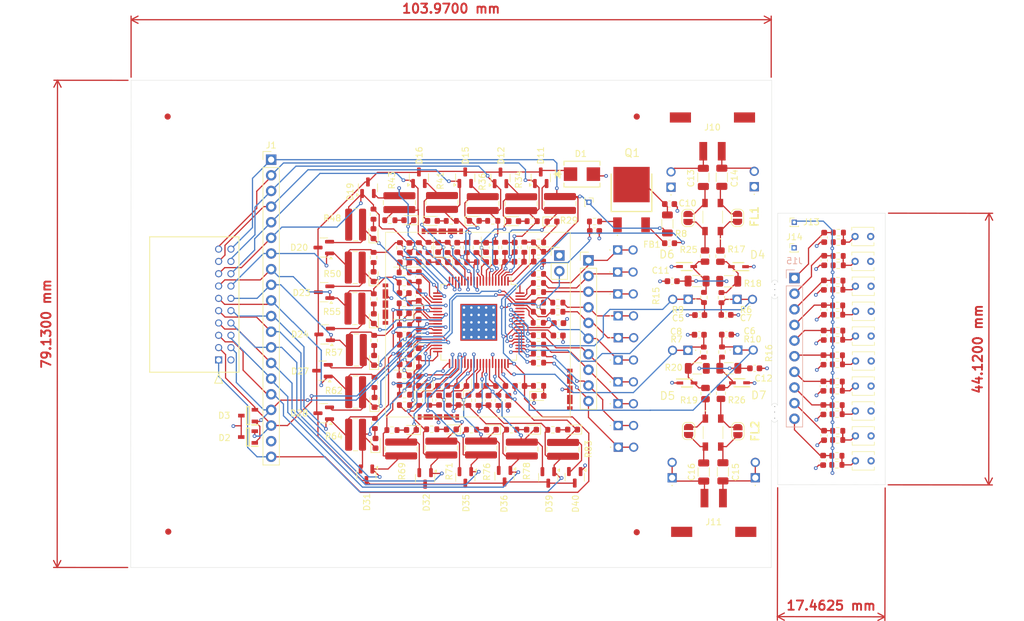
<source format=kicad_pcb>
(kicad_pcb
	(version 20240108)
	(generator "pcbnew")
	(generator_version "8.0")
	(general
		(thickness 1.6)
		(legacy_teardrops no)
	)
	(paper "A4")
	(layers
		(0 "F.Cu" signal)
		(1 "In1.Cu" signal)
		(2 "In2.Cu" signal)
		(31 "B.Cu" signal)
		(32 "B.Adhes" user "B.Adhesive")
		(33 "F.Adhes" user "F.Adhesive")
		(34 "B.Paste" user)
		(35 "F.Paste" user)
		(36 "B.SilkS" user "B.Silkscreen")
		(37 "F.SilkS" user "F.Silkscreen")
		(38 "B.Mask" user)
		(39 "F.Mask" user)
		(40 "Dwgs.User" user "User.Drawings")
		(41 "Cmts.User" user "User.Comments")
		(42 "Eco1.User" user "User.Eco1")
		(43 "Eco2.User" user "User.Eco2")
		(44 "Edge.Cuts" user)
		(45 "Margin" user)
		(46 "B.CrtYd" user "B.Courtyard")
		(47 "F.CrtYd" user "F.Courtyard")
		(48 "B.Fab" user)
		(49 "F.Fab" user)
		(50 "User.1" user)
		(51 "User.2" user)
		(52 "User.3" user)
		(53 "User.4" user)
		(54 "User.5" user)
		(55 "User.6" user)
		(56 "User.7" user)
		(57 "User.8" user)
		(58 "User.9" user)
	)
	(setup
		(stackup
			(layer "F.SilkS"
				(type "Top Silk Screen")
			)
			(layer "F.Paste"
				(type "Top Solder Paste")
			)
			(layer "F.Mask"
				(type "Top Solder Mask")
				(thickness 0.01)
			)
			(layer "F.Cu"
				(type "copper")
				(thickness 0.035)
			)
			(layer "dielectric 1"
				(type "prepreg")
				(thickness 0.1)
				(material "FR4")
				(epsilon_r 4.5)
				(loss_tangent 0.02)
			)
			(layer "In1.Cu"
				(type "copper")
				(thickness 0.035)
			)
			(layer "dielectric 2"
				(type "core")
				(thickness 1.24)
				(material "FR4")
				(epsilon_r 4.5)
				(loss_tangent 0.02)
			)
			(layer "In2.Cu"
				(type "copper")
				(thickness 0.035)
			)
			(layer "dielectric 3"
				(type "prepreg")
				(thickness 0.1)
				(material "FR4")
				(epsilon_r 4.5)
				(loss_tangent 0.02)
			)
			(layer "B.Cu"
				(type "copper")
				(thickness 0.035)
			)
			(layer "B.Mask"
				(type "Bottom Solder Mask")
				(thickness 0.01)
			)
			(layer "B.Paste"
				(type "Bottom Solder Paste")
			)
			(layer "B.SilkS"
				(type "Bottom Silk Screen")
			)
			(copper_finish "None")
			(dielectric_constraints no)
		)
		(pad_to_mask_clearance 0)
		(allow_soldermask_bridges_in_footprints no)
		(pcbplotparams
			(layerselection 0x00010fc_ffffffff)
			(plot_on_all_layers_selection 0x0000000_00000000)
			(disableapertmacros no)
			(usegerberextensions no)
			(usegerberattributes yes)
			(usegerberadvancedattributes yes)
			(creategerberjobfile yes)
			(dashed_line_dash_ratio 12.000000)
			(dashed_line_gap_ratio 3.000000)
			(svgprecision 4)
			(plotframeref no)
			(viasonmask no)
			(mode 1)
			(useauxorigin no)
			(hpglpennumber 1)
			(hpglpenspeed 20)
			(hpglpendiameter 15.000000)
			(pdf_front_fp_property_popups yes)
			(pdf_back_fp_property_popups yes)
			(dxfpolygonmode yes)
			(dxfimperialunits yes)
			(dxfusepcbnewfont yes)
			(psnegative no)
			(psa4output no)
			(plotreference yes)
			(plotvalue yes)
			(plotfptext yes)
			(plotinvisibletext no)
			(sketchpadsonfab no)
			(subtractmaskfromsilk no)
			(outputformat 1)
			(mirror no)
			(drillshape 1)
			(scaleselection 1)
			(outputdirectory "")
		)
	)
	(net 0 "")
	(net 1 "/FilterBalancingNetwork/CB")
	(net 2 "/FilterBalancingNetwork/CB:A")
	(net 3 "/FilterBalancingNetwork/CA")
	(net 4 "/Cell 15{slash}16")
	(net 5 "/FilterBalancingNetwork/SBP")
	(net 6 "/Cell 15{slash}14")
	(net 7 "/FilterBalancingNetwork/SAP")
	(net 8 "/FilterBalancingNetwork1/CB:A")
	(net 9 "/FilterBalancingNetwork1/CB")
	(net 10 "/FilterBalancingNetwork1/CA")
	(net 11 "/Cell 14{slash}13")
	(net 12 "/FilterBalancingNetwork1/SBP")
	(net 13 "/Cell 13{slash}12")
	(net 14 "/FilterBalancingNetwork1/SAP")
	(net 15 "/FilterBalancingNetwork2/CB:A")
	(net 16 "/FilterBalancingNetwork2/CB")
	(net 17 "/FilterBalancingNetwork2/CA")
	(net 18 "/Cell 12{slash}11")
	(net 19 "/FilterBalancingNetwork2/SBP")
	(net 20 "/FilterBalancingNetwork2/SAP")
	(net 21 "/Cell 11{slash}10")
	(net 22 "/FilterBalancingNetwork3/CB:A")
	(net 23 "/FilterBalancingNetwork3/CB")
	(net 24 "/FilterBalancingNetwork3/CA")
	(net 25 "/FilterBalancingNetwork3/SBP")
	(net 26 "/Cell 10{slash}9")
	(net 27 "/FilterBalancingNetwork3/SAP")
	(net 28 "/Cell 9{slash}8")
	(net 29 "/FilterBalancingNetwork4/CB:A")
	(net 30 "/FilterBalancingNetwork4/CB")
	(net 31 "/FilterBalancingNetwork4/CA")
	(net 32 "/FilterBalancingNetwork4/SBP")
	(net 33 "/Cell 8{slash}7")
	(net 34 "/Cell 7{slash}6")
	(net 35 "/FilterBalancingNetwork4/SAP")
	(net 36 "/FilterBalancingNetwork5/CB:A")
	(net 37 "/FilterBalancingNetwork5/CB")
	(net 38 "/FilterBalancingNetwork5/CA")
	(net 39 "/FilterBalancingNetwork5/SBP")
	(net 40 "/Cell 6{slash}5")
	(net 41 "/Cell 5{slash}4")
	(net 42 "/FilterBalancingNetwork5/SAP")
	(net 43 "/FilterBalancingNetwork6/CB")
	(net 44 "/FilterBalancingNetwork6/CB:A")
	(net 45 "/FilterBalancingNetwork6/CA")
	(net 46 "/FilterBalancingNetwork6/SBP")
	(net 47 "/Cell 4{slash}3")
	(net 48 "/Cell 3{slash}2")
	(net 49 "/FilterBalancingNetwork6/SAP")
	(net 50 "/FilterBalancingNetwork7/CB:A")
	(net 51 "/FilterBalancingNetwork7/CB")
	(net 52 "/FilterBalancingNetwork7/CA")
	(net 53 "/FilterBalancingNetwork7/SBP")
	(net 54 "/Cell 2{slash}1")
	(net 55 "GND")
	(net 56 "/FilterBalancingNetwork7/SAP")
	(net 57 "Net-(U1-V+)")
	(net 58 "Net-(U1-DRIVE)")
	(net 59 "Net-(U1-VREF1)")
	(net 60 "+5V")
	(net 61 "Net-(Q1-C)")
	(net 62 "Net-(U1-VREF2)")
	(net 63 "Net-(U1-IPB)")
	(net 64 "Net-(U1-CSB(IMA))")
	(net 65 "Net-(U1-IMB)")
	(net 66 "Net-(U1-SCK(IPA))")
	(net 67 "Net-(C11-Pad2)")
	(net 68 "Net-(C12-Pad2)")
	(net 69 "Net-(J10-Pin_2)")
	(net 70 "Net-(J10-Pin_1)")
	(net 71 "Net-(J11-Pin_2)")
	(net 72 "Clamp")
	(net 73 "Net-(J11-Pin_1)")
	(net 74 "Net-(D4-A2)")
	(net 75 "Net-(D5-A2)")
	(net 76 "Net-(D6-A2)")
	(net 77 "Net-(D7-A2)")
	(net 78 "Net-(D18-A)")
	(net 79 "Net-(D21-A)")
	(net 80 "Net-(D22-A)")
	(net 81 "Net-(D8-A)")
	(net 82 "Net-(D9-A)")
	(net 83 "Net-(D10-A)")
	(net 84 "Net-(D25-A)")
	(net 85 "Net-(D26-A)")
	(net 86 "Net-(D13-A)")
	(net 87 "Net-(D14-A)")
	(net 88 "Net-(D29-A)")
	(net 89 "Net-(D30-A)")
	(net 90 "Net-(D17-A)")
	(net 91 "Net-(Q1-E)")
	(net 92 "Net-(Q1-B)")
	(net 93 "VBUS")
	(net 94 "Net-(D33-A)")
	(net 95 "Net-(D34-A)")
	(net 96 "Net-(D37-A)")
	(net 97 "Net-(D38-A)")
	(net 98 "Net-(J5-Pin_2)")
	(net 99 "Net-(J5-Pin_9)")
	(net 100 "Net-(J5-Pin_8)")
	(net 101 "/TMP_SDA")
	(net 102 "Net-(J5-Pin_3)")
	(net 103 "/TMP_SCL")
	(net 104 "Net-(J5-Pin_4)")
	(net 105 "Net-(J5-Pin_10)")
	(net 106 "Net-(J5-Pin_1)")
	(net 107 "Net-(J5-Pin_5)")
	(net 108 "Net-(J5-Pin_7)")
	(net 109 "Net-(J5-Pin_6)")
	(net 110 "Net-(U1-GPIO1)")
	(net 111 "Net-(U1-GPIO2)")
	(net 112 "Net-(U1-GPIO3)")
	(net 113 "Net-(U1-GPIO6)")
	(net 114 "Net-(U1-GPIO7)")
	(net 115 "Net-(U1-GPIO8)")
	(net 116 "Net-(U1-GPIO9)")
	(net 117 "Net-(U1-GPIO10)")
	(net 118 "Net-(R87-Pad2)")
	(net 119 "/NTC/V_out_1")
	(net 120 "/NTC/V_out_5")
	(net 121 "/NTC/V_out_2")
	(net 122 "/NTC/V_out_6")
	(net 123 "/NTC/V_out_3")
	(net 124 "/NTC/V_out_7")
	(net 125 "/NTC/V_out_4")
	(net 126 "/NTC/V_out_8")
	(net 127 "/NTC/V_out_9")
	(net 128 "/NTC/V_out_10")
	(net 129 "Net-(JP4-B)")
	(net 130 "Net-(JP1-B)")
	(net 131 "Net-(JP3-B)")
	(net 132 "Net-(JP2-B)")
	(net 133 "Net-(JP4-A)")
	(net 134 "Net-(JP1-A)")
	(net 135 "Net-(JP2-A)")
	(net 136 "Net-(JP3-A)")
	(net 137 "Net-(R85-Pad2)")
	(net 138 "Net-(R86-Pad2)")
	(net 139 "Net-(R88-Pad2)")
	(net 140 "Net-(R93-Pad2)")
	(net 141 "Net-(R95-Pad2)")
	(net 142 "Net-(R94-Pad2)")
	(net 143 "Net-(R102-Pad2)")
	(net 144 "Net-(R100-Pad1)")
	(net 145 "Net-(R101-Pad2)")
	(net 146 "unconnected-(U1-NC-Pad66)")
	(net 147 "GND1")
	(net 148 "+5V_NTC")
	(footprint "Resistor_SMD:R_0603_1608Metric" (layer "F.Cu") (at 107.07 69.04 -90))
	(footprint "Resistor_SMD:R_0805_2012Metric" (layer "F.Cu") (at 160.9175 75.8475 90))
	(footprint "Capacitor_SMD:C_0603_1608Metric" (layer "F.Cu") (at 168.985 94.08 180))
	(footprint "Capacitor_SMD:C_0603_1608Metric" (layer "F.Cu") (at 180.275 72.81 -90))
	(footprint "Resistor_SMD:R_0603_1608Metric" (layer "F.Cu") (at 112.11 98.37))
	(footprint "Resistor_SMD:R_1206_3216Metric" (layer "F.Cu") (at 154.81 70.63 90))
	(footprint "Slave:5025" (layer "F.Cu") (at 146.79 96.28))
	(footprint "Resistor_SMD:R_1020_2550Metric" (layer "F.Cu") (at 118.09 107.03 90))
	(footprint "LED_SMD:LED_0603_1608Metric" (layer "F.Cu") (at 133.94 98.56))
	(footprint "Slave:SMBJ75A-13-F" (layer "F.Cu") (at 140.93 62.54))
	(footprint "Capacitor_SMD:C_0603_1608Metric" (layer "F.Cu") (at 180.225 84.59 -90))
	(footprint "Slave:5025" (layer "F.Cu") (at 158.1775 82.8675 180))
	(footprint "Capacitor_SMD:C_0603_1608Metric" (layer "F.Cu") (at 124.61 76.83 180))
	(footprint "Resistor_SMD:R_0603_1608Metric" (layer "F.Cu") (at 119.12 74.44 -90))
	(footprint "Resistor_SMD:R_1020_2550Metric" (layer "F.Cu") (at 111.57 107.18 90))
	(footprint "Slave:5025" (layer "F.Cu") (at 146.81 103.37))
	(footprint "Slave:5025" (layer "F.Cu") (at 146.76 82))
	(footprint "Package_TO_SOT_SMD:SOT-23" (layer "F.Cu") (at 127.7 63.15 90))
	(footprint "Resistor_SMD:R_0603_1608Metric" (layer "F.Cu") (at 182.575 72.03 180))
	(footprint "Resistor_SMD:R_0603_1608Metric" (layer "F.Cu") (at 112.12 87.05))
	(footprint "Slave:NTCLE203E3103JB0" (layer "F.Cu") (at 185.285 72.67))
	(footprint "Resistor_SMD:R_0603_1608Metric" (layer "F.Cu") (at 160.715 91.45 -90))
	(footprint "Package_TO_SOT_SMD:SOT-23" (layer "F.Cu") (at 139.76 111.78 -90))
	(footprint "Resistor_SMD:R_0603_1608Metric" (layer "F.Cu") (at 133.87 88.71))
	(footprint "LED_SMD:LED_0603_1608Metric" (layer "F.Cu") (at 139.402501 104.029999 180))
	(footprint "Jumper:SolderJumper-2_P1.3mm_Open_RoundedPad1.0x1.5mm" (layer "F.Cu") (at 158.255 104.26 -90))
	(footprint "Resistor_SMD:R_0603_1608Metric" (layer "F.Cu") (at 107.12 82.8 -90))
	(footprint "Resistor_SMD:R_0603_1608Metric" (layer "F.Cu") (at 133.87 78.74))
	(footprint "Inductor_SMD:L_0603_1608Metric" (layer "F.Cu") (at 155.16 73.76))
	(footprint "LED_SMD:LED_0603_1608Metric" (layer "F.Cu") (at 107.4 106.26 90))
	(footprint "Package_TO_SOT_SMD:SOT-23" (layer "F.Cu") (at 114.45 63.12 90))
	(footprint "Capacitor_SMD:C_0603_1608Metric" (layer "F.Cu") (at 121.49 76.84 180))
	(footprint "Resistor_SMD:R_0603_1608Metric" (layer "F.Cu") (at 107.09 76.07 -90))
	(footprint "Capacitor_SMD:C_1206_3216Metric" (layer "F.Cu") (at 160.705 110.92 -90))
	(footprint "Resistor_SMD:R_0603_1608Metric" (layer "F.Cu") (at 132.85 70.18 180))
	(footprint "Slave:MJD31CAJ" (layer "F.Cu") (at 148.98 66.66))
	(footprint "Capacitor_SMD:C_0603_1608Metric" (layer "F.Cu") (at 164.3275 85.3975))
	(footprint "Slave:NTCLE203E3103JB0" (layer "F.Cu") (at 185.37 92.89))
	(footprint "Resistor_SMD:R_0603_1608Metric" (layer "F.Cu") (at 123 104.04))
	(footprint "Capacitor_SMD:C_1206_3216Metric"
		(layer "F.Cu")
		(uuid "2e4eec28-ece9-4c8e-90eb-4f23ef96c780")
		(at 163.6475 63.0475 -90)
		(descr "Capacitor SMD 1206 (3216 Metric), square (rectangular) end terminal, IPC_7351 nominal, (Body size source: IPC-SM-782 page 76, https://www.pcb-3d.com/wordpress/wp-content/uploads/ipc-sm-782a_amendment_1_and_2.pdf), generated with kicad-footprint-generator")
		(tags "
... [2150788 chars truncated]
</source>
